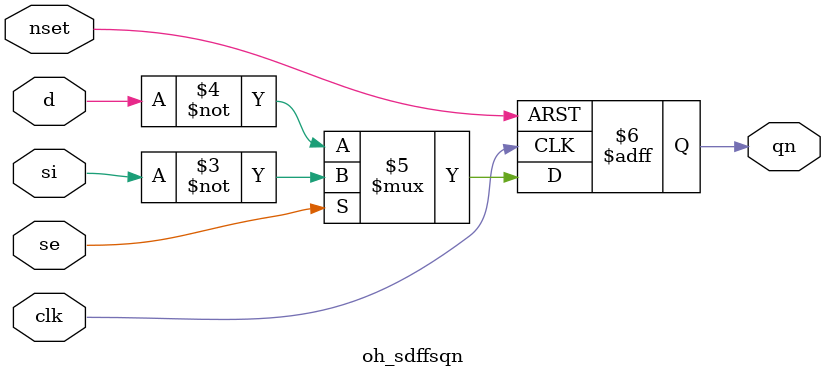
<source format=v>


module oh_sdffsqn #(parameter DW = 1) // array width
   (
    input [DW-1:0] 	d,
    input [DW-1:0] 	si,
    input [DW-1:0] 	se,
    input [DW-1:0] 	clk,
    input [DW-1:0] 	nset,
    output reg [DW-1:0] qn
    );
   
   always @ (posedge clk or negedge nset)
     if(!nset)
       qn <= 'b0;   
     else
       qn <= se ? ~si : ~d;
   
endmodule

</source>
